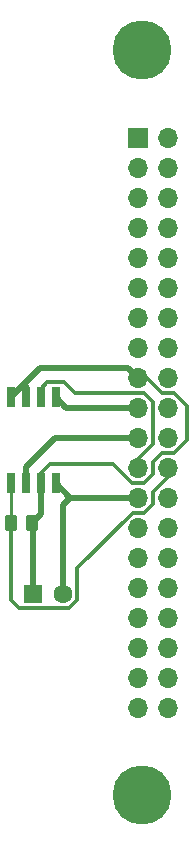
<source format=gbr>
%TF.GenerationSoftware,KiCad,Pcbnew,(6.0.4)*%
%TF.CreationDate,2022-06-04T04:29:55-07:00*%
%TF.ProjectId,pb_orangepi - hori,70625f6f-7261-46e6-9765-7069202d2068,rev?*%
%TF.SameCoordinates,PX9896800PY4d3f640*%
%TF.FileFunction,Copper,L1,Top*%
%TF.FilePolarity,Positive*%
%FSLAX46Y46*%
G04 Gerber Fmt 4.6, Leading zero omitted, Abs format (unit mm)*
G04 Created by KiCad (PCBNEW (6.0.4)) date 2022-06-04 04:29:55*
%MOMM*%
%LPD*%
G01*
G04 APERTURE LIST*
G04 Aperture macros list*
%AMRoundRect*
0 Rectangle with rounded corners*
0 $1 Rounding radius*
0 $2 $3 $4 $5 $6 $7 $8 $9 X,Y pos of 4 corners*
0 Add a 4 corners polygon primitive as box body*
4,1,4,$2,$3,$4,$5,$6,$7,$8,$9,$2,$3,0*
0 Add four circle primitives for the rounded corners*
1,1,$1+$1,$2,$3*
1,1,$1+$1,$4,$5*
1,1,$1+$1,$6,$7*
1,1,$1+$1,$8,$9*
0 Add four rect primitives between the rounded corners*
20,1,$1+$1,$2,$3,$4,$5,0*
20,1,$1+$1,$4,$5,$6,$7,0*
20,1,$1+$1,$6,$7,$8,$9,0*
20,1,$1+$1,$8,$9,$2,$3,0*%
G04 Aperture macros list end*
%TA.AperFunction,SMDPad,CuDef*%
%ADD10RoundRect,0.250000X0.262500X0.450000X-0.262500X0.450000X-0.262500X-0.450000X0.262500X-0.450000X0*%
%TD*%
%TA.AperFunction,SMDPad,CuDef*%
%ADD11R,0.650000X1.700000*%
%TD*%
%TA.AperFunction,ComponentPad*%
%ADD12R,1.600000X1.600000*%
%TD*%
%TA.AperFunction,ComponentPad*%
%ADD13C,1.600000*%
%TD*%
%TA.AperFunction,ComponentPad*%
%ADD14R,1.700000X1.700000*%
%TD*%
%TA.AperFunction,ComponentPad*%
%ADD15O,1.700000X1.700000*%
%TD*%
%TA.AperFunction,ViaPad*%
%ADD16C,5.000000*%
%TD*%
%TA.AperFunction,Conductor*%
%ADD17C,0.500000*%
%TD*%
%TA.AperFunction,Conductor*%
%ADD18C,0.300000*%
%TD*%
%TA.AperFunction,Conductor*%
%ADD19C,0.250000*%
%TD*%
G04 APERTURE END LIST*
D10*
%TO.P,R1,1*%
%TO.N,+3V3*%
X5912500Y-43000000D03*
%TO.P,R1,2*%
%TO.N,/SPI0_CS0*%
X4087500Y-43000000D03*
%TD*%
D11*
%TO.P,U1,1,S#*%
%TO.N,/SPI0_CS0*%
X4095000Y-39650000D03*
%TO.P,U1,2,DQ1*%
%TO.N,/SPI0_MISO*%
X5365000Y-39650000D03*
%TO.P,U1,3,W#/VPP*%
%TO.N,+3V3*%
X6635000Y-39650000D03*
%TO.P,U1,4,VSS*%
%TO.N,GND*%
X7905000Y-39650000D03*
%TO.P,U1,5,DQ0*%
%TO.N,/SPI0_MOSI*%
X7905000Y-32350000D03*
%TO.P,U1,6,C*%
%TO.N,/SPI0_CLK*%
X6635000Y-32350000D03*
%TO.P,U1,7,HOLD#*%
%TO.N,+3V3*%
X5365000Y-32350000D03*
%TO.P,U1,8,VCC*%
X4095000Y-32350000D03*
%TD*%
D12*
%TO.P,C1,1*%
%TO.N,+3V3*%
X6000000Y-49000000D03*
D13*
%TO.P,C1,2*%
%TO.N,GND*%
X8500000Y-49000000D03*
%TD*%
D14*
%TO.P,J1,1,Pin_1*%
%TO.N,unconnected-(J1-Pad1)*%
X14880000Y-10400000D03*
D15*
%TO.P,J1,2,Pin_2*%
%TO.N,unconnected-(J1-Pad2)*%
X17420000Y-10400000D03*
%TO.P,J1,3,Pin_3*%
%TO.N,unconnected-(J1-Pad3)*%
X14880000Y-12940000D03*
%TO.P,J1,4,Pin_4*%
%TO.N,unconnected-(J1-Pad4)*%
X17420000Y-12940000D03*
%TO.P,J1,5,Pin_5*%
%TO.N,unconnected-(J1-Pad5)*%
X14880000Y-15480000D03*
%TO.P,J1,6,Pin_6*%
%TO.N,unconnected-(J1-Pad6)*%
X17420000Y-15480000D03*
%TO.P,J1,7,Pin_7*%
%TO.N,unconnected-(J1-Pad7)*%
X14880000Y-18020000D03*
%TO.P,J1,8,Pin_8*%
%TO.N,unconnected-(J1-Pad8)*%
X17420000Y-18020000D03*
%TO.P,J1,9,Pin_9*%
%TO.N,unconnected-(J1-Pad9)*%
X14880000Y-20560000D03*
%TO.P,J1,10,Pin_10*%
%TO.N,unconnected-(J1-Pad10)*%
X17420000Y-20560000D03*
%TO.P,J1,11,Pin_11*%
%TO.N,unconnected-(J1-Pad11)*%
X14880000Y-23100000D03*
%TO.P,J1,12,Pin_12*%
%TO.N,unconnected-(J1-Pad12)*%
X17420000Y-23100000D03*
%TO.P,J1,13,Pin_13*%
%TO.N,unconnected-(J1-Pad13)*%
X14880000Y-25640000D03*
%TO.P,J1,14,Pin_14*%
%TO.N,unconnected-(J1-Pad14)*%
X17420000Y-25640000D03*
%TO.P,J1,15,Pin_15*%
%TO.N,unconnected-(J1-Pad15)*%
X14880000Y-28180000D03*
%TO.P,J1,16,Pin_16*%
%TO.N,unconnected-(J1-Pad16)*%
X17420000Y-28180000D03*
%TO.P,J1,17,Pin_17*%
%TO.N,+3V3*%
X14880000Y-30720000D03*
%TO.P,J1,18,Pin_18*%
%TO.N,unconnected-(J1-Pad18)*%
X17420000Y-30720000D03*
%TO.P,J1,19,Pin_19*%
%TO.N,/SPI0_MOSI*%
X14880000Y-33260000D03*
%TO.P,J1,20,Pin_20*%
%TO.N,unconnected-(J1-Pad20)*%
X17420000Y-33260000D03*
%TO.P,J1,21,Pin_21*%
%TO.N,/SPI0_MISO*%
X14880000Y-35800000D03*
%TO.P,J1,22,Pin_22*%
%TO.N,unconnected-(J1-Pad22)*%
X17420000Y-35800000D03*
%TO.P,J1,23,Pin_23*%
%TO.N,/SPI0_CLK*%
X14880000Y-38340000D03*
%TO.P,J1,24,Pin_24*%
%TO.N,/SPI0_CS0*%
X17420000Y-38340000D03*
%TO.P,J1,25,Pin_25*%
%TO.N,GND*%
X14880000Y-40880000D03*
%TO.P,J1,26,Pin_26*%
%TO.N,unconnected-(J1-Pad26)*%
X17420000Y-40880000D03*
%TO.P,J1,27,Pin_27*%
%TO.N,unconnected-(J1-Pad27)*%
X14880000Y-43420000D03*
%TO.P,J1,28,Pin_28*%
%TO.N,unconnected-(J1-Pad28)*%
X17420000Y-43420000D03*
%TO.P,J1,29,Pin_29*%
%TO.N,unconnected-(J1-Pad29)*%
X14880000Y-45960000D03*
%TO.P,J1,30,Pin_30*%
%TO.N,unconnected-(J1-Pad30)*%
X17420000Y-45960000D03*
%TO.P,J1,31,Pin_31*%
%TO.N,unconnected-(J1-Pad31)*%
X14880000Y-48500000D03*
%TO.P,J1,32,Pin_32*%
%TO.N,unconnected-(J1-Pad32)*%
X17420000Y-48500000D03*
%TO.P,J1,33,Pin_33*%
%TO.N,unconnected-(J1-Pad33)*%
X14880000Y-51040000D03*
%TO.P,J1,34,Pin_34*%
%TO.N,unconnected-(J1-Pad34)*%
X17420000Y-51040000D03*
%TO.P,J1,35,Pin_35*%
%TO.N,unconnected-(J1-Pad35)*%
X14880000Y-53580000D03*
%TO.P,J1,36,Pin_36*%
%TO.N,unconnected-(J1-Pad36)*%
X17420000Y-53580000D03*
%TO.P,J1,37,Pin_37*%
%TO.N,unconnected-(J1-Pad37)*%
X14880000Y-56120000D03*
%TO.P,J1,38,Pin_38*%
%TO.N,unconnected-(J1-Pad38)*%
X17420000Y-56120000D03*
%TO.P,J1,39,Pin_39*%
%TO.N,unconnected-(J1-Pad39)*%
X14880000Y-58660000D03*
%TO.P,J1,40,Pin_40*%
%TO.N,unconnected-(J1-Pad40)*%
X17420000Y-58660000D03*
%TD*%
D16*
%TO.N,*%
X15240000Y-2944000D03*
X15240000Y-66060000D03*
%TD*%
D17*
%TO.N,+3V3*%
X5222500Y-31222500D02*
X4095000Y-32350000D01*
D18*
X16129511Y-38870489D02*
X16129511Y-37822435D01*
D17*
X14030000Y-29870000D02*
X6575000Y-29870000D01*
D18*
X16902435Y-37049511D02*
X17950489Y-37049511D01*
D17*
X14880000Y-30720000D02*
X14030000Y-29870000D01*
X5365000Y-32350000D02*
X5365000Y-31365000D01*
D18*
X17927076Y-32000000D02*
X16932924Y-32000000D01*
X6635000Y-38745978D02*
X7380978Y-38000000D01*
D17*
X5912500Y-43000000D02*
X6635000Y-42277500D01*
D18*
X6635000Y-39650000D02*
X6635000Y-38745978D01*
D17*
X5912500Y-43000000D02*
X6000000Y-43087500D01*
D18*
X19000000Y-33072924D02*
X17927076Y-32000000D01*
X19000000Y-36000000D02*
X19000000Y-33072924D01*
X15410489Y-39589511D02*
X16129511Y-38870489D01*
X16129511Y-37822435D02*
X16902435Y-37049511D01*
X16932924Y-32000000D02*
X15652924Y-30720000D01*
D17*
X5365000Y-31365000D02*
X5222500Y-31222500D01*
D18*
X15652924Y-30720000D02*
X14880000Y-30720000D01*
X14362435Y-39589511D02*
X15410489Y-39589511D01*
D17*
X6635000Y-42277500D02*
X6635000Y-41365000D01*
D18*
X12772924Y-38000000D02*
X14362435Y-39589511D01*
D17*
X6635000Y-41365000D02*
X6635000Y-39650000D01*
X6000000Y-43087500D02*
X6000000Y-49000000D01*
D18*
X17950489Y-37049511D02*
X19000000Y-36000000D01*
X7380978Y-38000000D02*
X12772924Y-38000000D01*
D17*
X6575000Y-29870000D02*
X5222500Y-31222500D01*
%TO.N,GND*%
X8500000Y-41500000D02*
X9120000Y-40880000D01*
X8500000Y-49000000D02*
X8500000Y-41500000D01*
X9120000Y-40880000D02*
X9135000Y-40880000D01*
X9135000Y-40880000D02*
X7905000Y-39650000D01*
X14880000Y-40880000D02*
X9135000Y-40880000D01*
%TO.N,/SPI0_MOSI*%
X14880000Y-33260000D02*
X8815000Y-33260000D01*
X8815000Y-33260000D02*
X7905000Y-32350000D01*
%TO.N,/SPI0_MISO*%
X14880000Y-35800000D02*
X7865000Y-35800000D01*
X7865000Y-35800000D02*
X5365000Y-38300000D01*
X5365000Y-38300000D02*
X5365000Y-39650000D01*
D18*
%TO.N,/SPI0_CLK*%
X16129511Y-32742435D02*
X15387076Y-32000000D01*
X14880000Y-37567076D02*
X16129511Y-36317565D01*
X7180489Y-31100489D02*
X6635000Y-31645978D01*
X6635000Y-31645978D02*
X6635000Y-32350000D01*
X15387076Y-32000000D02*
X9529022Y-32000000D01*
X16129511Y-36317565D02*
X16129511Y-32742435D01*
X14880000Y-38340000D02*
X14880000Y-37567076D01*
X9529022Y-32000000D02*
X8629511Y-31100489D01*
X8629511Y-31100489D02*
X7180489Y-31100489D01*
%TO.N,/SPI0_CS0*%
X14403413Y-42129511D02*
X9699511Y-46833413D01*
X8996855Y-50199511D02*
X4800489Y-50199511D01*
D19*
X4087500Y-43000000D02*
X4095000Y-42992500D01*
D18*
X16129511Y-41397565D02*
X15397565Y-42129511D01*
X17420000Y-38340000D02*
X17420000Y-39071946D01*
X4800489Y-50199511D02*
X4087500Y-49486522D01*
X15397565Y-42129511D02*
X14403413Y-42129511D01*
X16129511Y-40362435D02*
X16129511Y-41397565D01*
X4087500Y-49486522D02*
X4087500Y-43000000D01*
X9699511Y-46833413D02*
X9699511Y-49496855D01*
X9699511Y-49496855D02*
X8996855Y-50199511D01*
X17420000Y-39071946D02*
X16129511Y-40362435D01*
D19*
X4095000Y-42992500D02*
X4095000Y-39650000D01*
%TD*%
M02*

</source>
